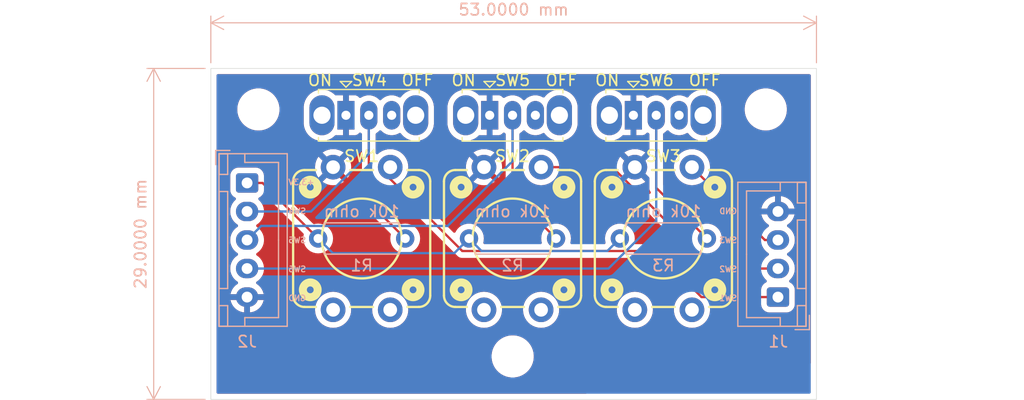
<source format=kicad_pcb>
(kicad_pcb (version 20240108) (generator "pcbnew") (generator_version "8.0")
  (title_block (title "SwitchesModule") (date "2024-04-26") (rev "v0.1") (comment 1 "PSH Portable Smart Hangboard") (comment 2 "April 2024"))
  (layers (0 "F.Cu" signal) (31 "B.Cu" signal) (34 "B.Paste" user) (35 "F.Paste" user) (36 "B.SilkS" user "B.Silkscreen") (37 "F.SilkS" user "F.Silkscreen") (38 "B.Mask" user) (39 "F.Mask" user) (44 "Edge.Cuts" user))
  (net 0 "")
  (net 1 "Net-(J1-Pin_3)")
  (net 2 "Net-(J1-Pin_2)")
  (net 3 "Net-(J1-Pin_1)")
  (net 4 "Net-(J2-Pin_2)")
  (net 5 "Net-(J2-Pin_3)")
  (net 6 "Net-(J2-Pin_4)")
  (net 16 "+3.3V")
  (net 17 "GND")
  (footprint "Footprints:Momentary Switch 12x12mm" (layer "F.Cu") (at 159.03416 102.7451 90)
    (property "Reference" "SW3" (at 7.21824 -0.00746 0) (layer "F.SilkS"))
    (property "Value" "Momentary_Switch_12x12mm")
    (fp_line (start -4.99872 -5.99948) (end 4.99872 -5.99948) (stroke (width 0.2032)) (layer "F.SilkS"))
    (fp_line (start 5.99948 -4.99872) (end 5.99948 -3.99796) (stroke (width 0.2032)) (layer "F.SilkS"))
    (fp_line (start -5.99948 -3.99796) (end -5.99948 -4.99872) (stroke (width 0.2032)) (layer "F.SilkS"))
    (fp_line (start 5.99948 -0.99822) (end 5.99948 0.99822) (stroke (width 0.2032)) (layer "F.SilkS"))
    (fp_line (start -5.99948 0.99822) (end -5.99948 -0.99822) (stroke (width 0.2032)) (layer "F.SilkS"))
    (fp_line (start 5.99948 3.99796) (end 5.99948 4.99872) (stroke (width 0.2032)) (layer "F.SilkS"))
    (fp_line (start -5.99948 4.99872) (end -5.99948 3.99796) (stroke (width 0.2032)) (layer "F.SilkS"))
    (fp_line (start 4.99872 5.99948) (end -4.99872 5.99948) (stroke (width 0.2032)) (layer "F.SilkS"))
    (fp_arc (start 4.99872 -5.99948) (mid 5.706364 -5.706364) (end 5.99948 -4.99872) (stroke (width 0.2032)) (layer "F.SilkS"))
    (fp_arc (start -5.99948 -4.99872) (mid -5.706364 -5.706364) (end -4.99872 -5.99948) (stroke (width 0.2032)) (layer "F.SilkS"))
    (fp_arc (start 5.99948 4.99872) (mid 5.706364 5.706364) (end 4.99872 5.99948) (stroke (width 0.2032)) (layer "F.SilkS"))
    (fp_arc (start -4.99872 5.99948) (mid -5.706364 5.706364) (end -5.99948 4.99872) (stroke (width 0.2032)) (layer "F.SilkS"))
    (fp_circle (center 4.49834 -4.49834) (end 4.49834 -4.79806) (stroke (width 0.6985)) (fill none) (layer "F.SilkS"))
    (fp_circle (center -4.49834 -4.49834) (end -4.49834 -4.79806) (stroke (width 0.6985)) (fill none) (layer "F.SilkS"))
    (fp_circle (center 0 0) (end 0 -3.49758) (stroke (width 0.2032)) (fill none) (layer "F.SilkS"))
    (fp_circle (center 4.49834 4.49834) (end 4.49834 4.19862) (stroke (width 0.6985)) (fill none) (layer "F.SilkS"))
    (fp_circle (center -4.49834 4.49834) (end -4.49834 4.19862) (stroke (width 0.6985)) (fill none) (layer "F.SilkS"))
    (pad "1" thru_hole circle (at 6.2484 2.49936 90) (size 2.159 2.159) (drill 1.19888) (layers "*.Cu" "*.Mask") (net 1 "Net-(J1-Pin_3)"))
    (pad "2" thru_hole circle (at -6.2484 2.49936 90) (size 2.159 2.159) (drill 1.19888) (layers "*.Cu" "*.Mask"))
    (pad "3" thru_hole circle (at 6.2484 -2.49936 90) (size 2.159 2.159) (drill 1.19888) (layers "*.Cu" "*.Mask") (net 17 "GND"))
    (pad "4" thru_hole circle (at -6.2484 -2.49936 90) (size 2.159 2.159) (drill 1.19888) (layers "*.Cu" "*.Mask"))
  )
  (footprint "Footprints:SPDT Switch 11.6x4.0mm" (layer "F.Cu") (at 143.832 91.948)
    (property "Reference" "SW5" (at 2.0121 -3.07594 0) (layer "F.SilkS"))
    (property "Value" "SPDT Switch 11.6x4.0mm" (hide yes))
    (fp_line (start -2.41 -2.26) (end 6.41 -2.26) (stroke (width 0.12)) (layer "F.SilkS"))
    (fp_line (start -2.41 -1.95) (end -2.41 -2.26) (stroke (width 0.12)) (layer "F.SilkS"))
    (fp_line (start -2.41 2.26) (end -2.41 1.95) (stroke (width 0.12)) (layer "F.SilkS"))
    (fp_line (start -0.5 -2.96) (end 0 -2.46) (stroke (width 0.12)) (layer "F.SilkS"))
    (fp_line (start 0 -2.46) (end 0.5 -2.96) (stroke (width 0.12)) (layer "F.SilkS"))
    (fp_line (start 0.5 -2.96) (end -0.5 -2.96) (stroke (width 0.12)) (layer "F.SilkS"))
    (fp_line (start 6.41 -2.26) (end 6.41 -1.95) (stroke (width 0.12)) (layer "F.SilkS"))
    (fp_line (start 6.41 2.26) (end -2.41 2.26) (stroke (width 0.12)) (layer "F.SilkS"))
    (fp_line (start 6.41 2.26) (end 6.41 1.95) (stroke (width 0.12)) (layer "F.SilkS"))
    (fp_text user "ON" (at -2.2805 -3.07594 0) (layer "F.SilkS"))
    (fp_text user "OFF" (at 6.2793 -3.07594 0) (layer "F.SilkS"))
    (pad "" thru_hole oval (at -2.1 0) (size 2.2 3.5) (drill 1.5) (layers "*.Cu" "*.Mask"))
    (pad "" thru_hole oval (at 6.1 0) (size 2.2 3.5) (drill 1.5) (layers "*.Cu" "*.Mask"))
    (pad "1" thru_hole rect (at 0 0) (size 1.5 2.5) (drill 0.8) (layers "*.Cu" "*.Mask") (net 17 "GND"))
    (pad "2" thru_hole oval (at 2 0) (size 1.5 2.5) (drill 0.8) (layers "*.Cu" "*.Mask") (net 5 "Net-(J2-Pin_3)"))
    (pad "3" thru_hole oval (at 4 0) (size 1.5 2.5) (drill 0.8) (layers "*.Cu" "*.Mask"))
  )
  (footprint "Footprints:Momentary Switch 12x12mm" (layer "F.Cu") (at 132.62984 102.7451 90)
    (property "Reference" "SW1" (at 7.21824 0.00626 0) (layer "F.SilkS"))
    (property "Value" "Momentary_Switch_12x12mm")
    (fp_line (start -4.99872 -5.99948) (end 4.99872 -5.99948) (stroke (width 0.2032)) (layer "F.SilkS"))
    (fp_line (start 5.99948 -4.99872) (end 5.99948 -3.99796) (stroke (width 0.2032)) (layer "F.SilkS"))
    (fp_line (start -5.99948 -3.99796) (end -5.99948 -4.99872) (stroke (width 0.2032)) (layer "F.SilkS"))
    (fp_line (start 5.99948 -0.99822) (end 5.99948 0.99822) (stroke (width 0.2032)) (layer "F.SilkS"))
    (fp_line (start -5.99948 0.99822) (end -5.99948 -0.99822) (stroke (width 0.2032)) (layer "F.SilkS"))
    (fp_line (start 5.99948 3.99796) (end 5.99948 4.99872) (stroke (width 0.2032)) (layer "F.SilkS"))
    (fp_line (start -5.99948 4.99872) (end -5.99948 3.99796) (stroke (width 0.2032)) (layer "F.SilkS"))
    (fp_line (start 4.99872 5.99948) (end -4.99872 5.99948) (stroke (width 0.2032)) (layer "F.SilkS"))
    (fp_arc (start 4.99872 -5.99948) (mid 5.706364 -5.706364) (end 5.99948 -4.99872) (stroke (width 0.2032)) (layer "F.SilkS"))
    (fp_arc (start -5.99948 -4.99872) (mid -5.706364 -5.706364) (end -4.99872 -5.99948) (stroke (width 0.2032)) (layer "F.SilkS"))
    (fp_arc (start 5.99948 4.99872) (mid 5.706364 5.706364) (end 4.99872 5.99948) (stroke (width 0.2032)) (layer "F.SilkS"))
    (fp_arc (start -4.99872 5.99948) (mid -5.706364 5.706364) (end -5.99948 4.99872) (stroke (width 0.2032)) (layer "F.SilkS"))
    (fp_circle (center 4.49834 -4.49834) (end 4.49834 -4.79806) (stroke (width 0.6985)) (fill none) (layer "F.SilkS"))
    (fp_circle (center -4.49834 -4.49834) (end -4.49834 -4.79806) (stroke (width 0.6985)) (fill none) (layer "F.SilkS"))
    (fp_circle (center 0 0) (end 0 -3.49758) (stroke (width 0.2032)) (fill none) (layer "F.SilkS"))
    (fp_circle (center 4.49834 4.49834) (end 4.49834 4.19862) (stroke (width 0.6985)) (fill none) (layer "F.SilkS"))
    (fp_circle (center -4.49834 4.49834) (end -4.49834 4.19862) (stroke (width 0.6985)) (fill none) (layer "F.SilkS"))
    (pad "1" thru_hole circle (at 6.2484 2.49936 90) (size 2.159 2.159) (drill 1.19888) (layers "*.Cu" "*.Mask") (net 3 "Net-(J1-Pin_1)"))
    (pad "2" thru_hole circle (at -6.2484 2.49936 90) (size 2.159 2.159) (drill 1.19888) (layers "*.Cu" "*.Mask"))
    (pad "3" thru_hole circle (at 6.2484 -2.49936 90) (size 2.159 2.159) (drill 1.19888) (layers "*.Cu" "*.Mask") (net 17 "GND"))
    (pad "4" thru_hole circle (at -6.2484 -2.49936 90) (size 2.159 2.159) (drill 1.19888) (layers "*.Cu" "*.Mask"))
  )
  (footprint "Footprints:SPDT Switch 11.6x4.0mm" (layer "F.Cu") (at 156.40808 91.948)
    (property "Reference" "SW6" (at 2.00146 -3.07594 0) (layer "F.SilkS"))
    (property "Value" "SPDT Switch 11.6x4.0mm" (hide yes))
    (fp_line (start -2.41 -2.26) (end 6.41 -2.26) (stroke (width 0.12)) (layer "F.SilkS"))
    (fp_line (start -2.41 -1.95) (end -2.41 -2.26) (stroke (width 0.12)) (layer "F.SilkS"))
    (fp_line (start -2.41 2.26) (end -2.41 1.95) (stroke (width 0.12)) (layer "F.SilkS"))
    (fp_line (start -0.5 -2.96) (end 0 -2.46) (stroke (width 0.12)) (layer "F.SilkS"))
    (fp_line (start 0 -2.46) (end 0.5 -2.96) (stroke (width 0.12)) (layer "F.SilkS"))
    (fp_line (start 0.5 -2.96) (end -0.5 -2.96) (stroke (width 0.12)) (layer "F.SilkS"))
    (fp_line (start 6.41 -2.26) (end 6.41 -1.95) (stroke (width 0.12)) (layer "F.SilkS"))
    (fp_line (start 6.41 2.26) (end -2.41 2.26) (stroke (width 0.12)) (layer "F.SilkS"))
    (fp_line (start 6.41 2.26) (end 6.41 1.95) (stroke (width 0.12)) (layer "F.SilkS"))
    (fp_text user "OFF" (at 6.24326 -3.07594 0) (layer "F.SilkS"))
    (fp_text user "ON" (at -2.29114 -3.07594 0) (layer "F.SilkS"))
    (pad "" thru_hole oval (at -2.1 0) (size 2.2 3.5) (drill 1.5) (layers "*.Cu" "*.Mask"))
    (pad "" thru_hole oval (at 6.1 0) (size 2.2 3.5) (drill 1.5) (layers "*.Cu" "*.Mask"))
    (pad "1" thru_hole rect (at 0 0) (size 1.5 2.5) (drill 0.8) (layers "*.Cu" "*.Mask") (net 17 "GND"))
    (pad "2" thru_hole oval (at 2 0) (size 1.5 2.5) (drill 0.8) (layers "*.Cu" "*.Mask") (net 6 "Net-(J2-Pin_4)"))
    (pad "3" thru_hole oval (at 4 0) (size 1.5 2.5) (drill 0.8) (layers "*.Cu" "*.Mask"))
  )
  (footprint "MountingHole:MountingHole_3.2mm_M3" (layer "F.Cu") (at 123.5937 91.43746)
    (property "Reference" "MountingHole1" (hide yes))
    (property "Value" "MountingHole_3.2mm_M3")
    (pad "" np_thru_hole circle (at 0 0) (size 3.2 3.2) (drill 3.2) (layers "*.Cu" "*.Mask"))
  )
  (footprint "Footprints:Momentary Switch 12x12mm" (layer "F.Cu") (at 145.832 102.7451 90)
    (property "Reference" "SW2" (at 7.21824 -0.0133 0) (layer "F.SilkS"))
    (property "Value" "Momentary_Switch_12x12mm")
    (fp_line (start -4.99872 -5.99948) (end 4.99872 -5.99948) (stroke (width 0.2032)) (layer "F.SilkS"))
    (fp_line (start 5.99948 -4.99872) (end 5.99948 -3.99796) (stroke (width 0.2032)) (layer "F.SilkS"))
    (fp_line (start -5.99948 -3.99796) (end -5.99948 -4.99872) (stroke (width 0.2032)) (layer "F.SilkS"))
    (fp_line (start 5.99948 -0.99822) (end 5.99948 0.99822) (stroke (width 0.2032)) (layer "F.SilkS"))
    (fp_line (start -5.99948 0.99822) (end -5.99948 -0.99822) (stroke (width 0.2032)) (layer "F.SilkS"))
    (fp_line (start 5.99948 3.99796) (end 5.99948 4.99872) (stroke (width 0.2032)) (layer "F.SilkS"))
    (fp_line (start -5.99948 4.99872) (end -5.99948 3.99796) (stroke (width 0.2032)) (layer "F.SilkS"))
    (fp_line (start 4.99872 5.99948) (end -4.99872 5.99948) (stroke (width 0.2032)) (layer "F.SilkS"))
    (fp_arc (start 4.99872 -5.99948) (mid 5.706364 -5.706364) (end 5.99948 -4.99872) (stroke (width 0.2032)) (layer "F.SilkS"))
    (fp_arc (start -5.99948 -4.99872) (mid -5.706364 -5.706364) (end -4.99872 -5.99948) (stroke (width 0.2032)) (layer "F.SilkS"))
    (fp_arc (start 5.99948 4.99872) (mid 5.706364 5.706364) (end 4.99872 5.99948) (stroke (width 0.2032)) (layer "F.SilkS"))
    (fp_arc (start -4.99872 5.99948) (mid -5.706364 5.706364) (end -5.99948 4.99872) (stroke (width 0.2032)) (layer "F.SilkS"))
    (fp_circle (center 4.49834 -4.49834) (end 4.49834 -4.79806) (stroke (width 0.6985)) (fill none) (layer "F.SilkS"))
    (fp_circle (center -4.49834 -4.49834) (end -4.49834 -4.79806) (stroke (width 0.6985)) (fill none) (layer "F.SilkS"))
    (fp_circle (center 0 0) (end 0 -3.49758) (stroke (width 0.2032)) (fill none) (layer "F.SilkS"))
    (fp_circle (center 4.49834 4.49834) (end 4.49834 4.19862) (stroke (width 0.6985)) (fill none) (layer "F.SilkS"))
    (fp_circle (center -4.49834 4.49834) (end -4.49834 4.19862) (stroke (width 0.6985)) (fill none) (layer "F.SilkS"))
    (pad "1" thru_hole circle (at 6.2484 2.49936 90) (size 2.159 2.159) (drill 1.19888) (layers "*.Cu" "*.Mask") (net 2 "Net-(J1-Pin_2)"))
    (pad "2" thru_hole circle (at -6.2484 2.49936 90) (size 2.159 2.159) (drill 1.19888) (layers "*.Cu" "*.Mask"))
    (pad "3" thru_hole circle (at 6.2484 -2.49936 90) (size 2.159 2.159) (drill 1.19888) (layers "*.Cu" "*.Mask") (net 17 "GND"))
    (pad "4" thru_hole circle (at -6.2484 -2.49936 90) (size 2.159 2.159) (drill 1.19888) (layers "*.Cu" "*.Mask"))
  )
  (footprint "MountingHole:MountingHole_3.2mm_M3" (layer "F.Cu") (at 167.9929 91.43746 180)
    (property "Reference" "MountingHole2" (hide yes))
    (property "Value" "MountingHole_3.2mm_M3")
    (pad "" np_thru_hole circle (at 0 0 180) (size 3.2 3.2) (drill 3.2) (layers "F&B.Cu" "*.Mask"))
  )
  (footprint "MountingHole:MountingHole_3.2mm_M3" (layer "F.Cu") (at 145.8441 113.07826)
    (property "Reference" "MountingHole3" (hide yes))
    (property "Value" "MountingHole_3.2mm_M3")
    (pad "" np_thru_hole circle (at 0 0) (size 3.2 3.2) (drill 3.2) (layers "F&B.Cu" "*.Mask"))
  )
  (footprint "Footprints:SPDT Switch 11.6x4.0mm" (layer "F.Cu") (at 131.25592 91.948)
    (property "Reference" "SW4" (at 2.04814 -3.07594 0) (layer "F.SilkS"))
    (property "Value" "SPDT Switch 11.6x4.0mm" (hide yes))
    (fp_line (start -2.41 -2.26) (end 6.41 -2.26) (stroke (width 0.12)) (layer "F.SilkS"))
    (fp_line (start -2.41 -1.95) (end -2.41 -2.26) (stroke (width 0.12)) (layer "F.SilkS"))
    (fp_line (start -2.41 2.26) (end -2.41 1.95) (stroke (width 0.12)) (layer "F.SilkS"))
    (fp_line (start -0.5 -2.96) (end 0 -2.46) (stroke (width 0.12)) (layer "F.SilkS"))
    (fp_line (start 0 -2.46) (end 0.5 -2.96) (stroke (width 0.12)) (layer "F.SilkS"))
    (fp_line (start 0.5 -2.96) (end -0.5 -2.96) (stroke (width 0.12)) (layer "F.SilkS"))
    (fp_line (start 6.41 -2.26) (end 6.41 -1.95) (stroke (width 0.12)) (layer "F.SilkS"))
    (fp_line (start 6.41 2.26) (end -2.41 2.26) (stroke (width 0.12)) (layer "F.SilkS"))
    (fp_line (start 6.41 2.26) (end 6.41 1.95) (stroke (width 0.12)) (layer "F.SilkS"))
    (fp_text user "ON" (at -2.26986 -3.07594 0) (layer "F.SilkS"))
    (fp_text user "OFF" (at 6.26454 -3.07594 0) (layer "F.SilkS"))
    (pad "" thru_hole oval (at -2.1 0) (size 2.2 3.5) (drill 1.5) (layers "*.Cu" "*.Mask"))
    (pad "" thru_hole oval (at 6.1 0) (size 2.2 3.5) (drill 1.5) (layers "*.Cu" "*.Mask"))
    (pad "1" thru_hole rect (at 0 0) (size 1.5 2.5) (drill 0.8) (layers "*.Cu" "*.Mask") (net 17 "GND"))
    (pad "2" thru_hole oval (at 2 0) (size 1.5 2.5) (drill 0.8) (layers "*.Cu" "*.Mask") (net 4 "Net-(J2-Pin_2)"))
    (pad "3" thru_hole oval (at 4 0) (size 1.5 2.5) (drill 0.8) (layers "*.Cu" "*.Mask"))
  )
  (footprint "Resistor_THT:R_Axial_DIN0207_L6.3mm_D2.5mm_P7.62mm_Horizontal" (layer "B.Cu") (at 142.022 102.7451)
    (property "Reference" "R2" (at 3.81 2.37 0) (layer "B.SilkS") (effects (justify mirror)))
    (property "Value" "10k ohm" (at 3.81 -2.37 0) (layer "B.SilkS") (effects (justify mirror)))
    (fp_line (start 0.54 -1.37) (end 0.54 -1.04) (stroke (width 0.12)) (layer "B.SilkS"))
    (fp_line (start 0.54 1.37) (end 0.54 1.04) (stroke (width 0.12)) (layer "B.SilkS"))
    (fp_line (start 7.08 -1.37) (end 0.54 -1.37) (stroke (width 0.12)) (layer "B.SilkS"))
    (fp_line (start 7.08 -1.04) (end 7.08 -1.37) (stroke (width 0.12)) (layer "B.SilkS"))
    (fp_line (start 7.08 1.04) (end 7.08 1.37) (stroke (width 0.12)) (layer "B.SilkS"))
    (fp_line (start 7.08 1.37) (end 0.54 1.37) (stroke (width 0.12)) (layer "B.SilkS"))
    (pad "1" thru_hole circle (at 0 0) (size 1.6 1.6) (drill 0.8) (layers "*.Cu" "*.Mask") (net 16 "+3.3V"))
    (pad "2" thru_hole oval (at 7.62 0) (size 1.6 1.6) (drill 0.8) (layers "*.Cu" "*.Mask") (net 5 "Net-(J2-Pin_3)"))
  )
  (footprint "Connector_JST:JST_XH_B4B-XH-A_1x04_P2.50mm_Vertical" (layer "B.Cu") (at 169.0597 107.87826 90)
    (property "Reference" "J1" (at -3.9046 0.0254 0) (layer "B.SilkS") (effects (justify mirror)))
    (property "Value" "Conn_01x04")
    (fp_line (start 10.06 -3.51) (end -2.56 -3.51) (stroke (width 0.12)) (layer "B.SilkS"))
    (fp_line (start -2.56 -3.51) (end -2.56 2.46) (stroke (width 0.12)) (layer "B.SilkS"))
    (fp_line (start 9.3 -2.75) (end 9.3 0.2) (stroke (width 0.12)) (layer "B.SilkS"))
    (fp_line (start 3.75 -2.75) (end 9.3 -2.75) (stroke (width 0.12)) (layer "B.SilkS"))
    (fp_line (start 3.75 -2.75) (end -1.8 -2.75) (stroke (width 0.12)) (layer "B.SilkS"))
    (fp_line (start -1.8 -2.75) (end -1.8 0.2) (stroke (width 0.12)) (layer "B.SilkS"))
    (fp_line (start 9.3 0.2) (end 10.05 0.2) (stroke (width 0.12)) (layer "B.SilkS"))
    (fp_line (start -1.8 0.2) (end -2.55 0.2) (stroke (width 0.12)) (layer "B.SilkS"))
    (fp_line (start -2.85 1.5) (end -2.85 2.75) (stroke (width 0.12)) (layer "B.SilkS"))
    (fp_line (start 10.05 1.7) (end 8.25 1.7) (stroke (width 0.12)) (layer "B.SilkS"))
    (fp_line (start 8.25 1.7) (end 8.25 2.45) (stroke (width 0.12)) (layer "B.SilkS"))
    (fp_line (start 6.75 1.7) (end 0.75 1.7) (stroke (width 0.12)) (layer "B.SilkS"))
    (fp_line (start 0.75 1.7) (end 0.75 2.45) (stroke (width 0.12)) (layer "B.SilkS"))
    (fp_line (start -0.75 1.7) (end -2.55 1.7) (stroke (width 0.12)) (layer "B.SilkS"))
    (fp_line (start -2.55 1.7) (end -2.55 2.45) (stroke (width 0.12)) (layer "B.SilkS"))
    (fp_line (start 10.05 2.45) (end 10.05 1.7) (stroke (width 0.12)) (layer "B.SilkS"))
    (fp_line (start 8.25 2.45) (end 10.05 2.45) (stroke (width 0.12)) (layer "B.SilkS"))
    (fp_line (start 6.75 2.45) (end 6.75 1.7) (stroke (width 0.12)) (layer "B.SilkS"))
    (fp_line (start 0.75 2.45) (end 6.75 2.45) (stroke (width 0.12)) (layer "B.SilkS"))
    (fp_line (start -0.75 2.45) (end -0.75 1.7) (stroke (width 0.12)) (layer "B.SilkS"))
    (fp_line (start -2.55 2.45) (end -0.75 2.45) (stroke (width 0.12)) (layer "B.SilkS"))
    (fp_line (start 10.06 2.46) (end 10.06 -3.51) (stroke (width 0.12)) (layer "B.SilkS"))
    (fp_line (start -2.56 2.46) (end 10.06 2.46) (stroke (width 0.12)) (layer "B.SilkS"))
    (fp_line (start -2.85 2.75) (end -1.6 2.75) (stroke (width 0.12)) (layer "B.SilkS"))
    (pad "1" thru_hole roundrect (at 0 0 90) (size 1.7 1.95) (drill 0.95) (layers "*.Cu" "*.Mask") (roundrect_rratio 0.147059) (net 3 "Net-(J1-Pin_1)"))
    (pad "2" thru_hole oval (at 2.5 0 90) (size 1.7 1.95) (drill 0.95) (layers "*.Cu" "*.Mask") (net 2 "Net-(J1-Pin_2)"))
    (pad "3" thru_hole oval (at 5 0 90) (size 1.7 1.95) (drill 0.95) (layers "*.Cu" "*.Mask") (net 1 "Net-(J1-Pin_3)"))
    (pad "4" thru_hole oval (at 7.5 0 90) (size 1.7 1.95) (drill 0.95) (layers "*.Cu" "*.Mask") (net 17 "GND"))
  )
  (footprint "Resistor_THT:R_Axial_DIN0207_L6.3mm_D2.5mm_P7.62mm_Horizontal" (layer "B.Cu") (at 128.81984 102.7451)
    (property "Reference" "R1" (at 3.81 2.37 0) (layer "B.SilkS") (effects (justify mirror)))
    (property "Value" "10k ohm" (at 3.81 -2.37 0) (layer "B.SilkS") (effects (justify mirror)))
    (fp_line (start 0.54 -1.37) (end 0.54 -1.04) (stroke (width 0.12)) (layer "B.SilkS"))
    (fp_line (start 0.54 1.37) (end 0.54 1.04) (stroke (width 0.12)) (layer "B.SilkS"))
    (fp_line (start 7.08 -1.37) (end 0.54 -1.37) (stroke (width 0.12)) (layer "B.SilkS"))
    (fp_line (start 7.08 -1.04) (end 7.08 -1.37) (stroke (width 0.12)) (layer "B.SilkS"))
    (fp_line (start 7.08 1.04) (end 7.08 1.37) (stroke (width 0.12)) (layer "B.SilkS"))
    (fp_line (start 7.08 1.37) (end 0.54 1.37) (stroke (width 0.12)) (layer "B.SilkS"))
    (pad "1" thru_hole circle (at 0 0) (size 1.6 1.6) (drill 0.8) (layers "*.Cu" "*.Mask") (net 16 "+3.3V"))
    (pad "2" thru_hole oval (at 7.62 0) (size 1.6 1.6) (drill 0.8) (layers "*.Cu" "*.Mask") (net 4 "Net-(J2-Pin_2)"))
  )
  (footprint "Resistor_THT:R_Axial_DIN0207_L6.3mm_D2.5mm_P7.62mm_Horizontal" (layer "B.Cu") (at 155.22416 102.7451)
    (property "Reference" "R3" (at 3.81 2.37 0) (layer "B.SilkS") (effects (justify mirror)))
    (property "Value" "10k ohm" (at 3.81 -2.37 0) (layer "B.SilkS") (effects (justify mirror)))
    (fp_line (start 0.54 -1.37) (end 0.54 -1.04) (stroke (width 0.12)) (layer "B.SilkS"))
    (fp_line (start 0.54 1.37) (end 0.54 1.04) (stroke (width 0.12)) (layer "B.SilkS"))
    (fp_line (start 7.08 -1.37) (end 0.54 -1.37) (stroke (width 0.12)) (layer "B.SilkS"))
    (fp_line (start 7.08 -1.04) (end 7.08 -1.37) (stroke (width 0.12)) (layer "B.SilkS"))
    (fp_line (start 7.08 1.04) (end 7.08 1.37) (stroke (width 0.12)) (layer "B.SilkS"))
    (fp_line (start 7.08 1.37) (end 0.54 1.37) (stroke (width 0.12)) (layer "B.SilkS"))
    (pad "1" thru_hole circle (at 0 0) (size 1.6 1.6) (drill 0.8) (layers "*.Cu" "*.Mask") (net 16 "+3.3V"))
    (pad "2" thru_hole oval (at 7.62 0) (size 1.6 1.6) (drill 0.8) (layers "*.Cu" "*.Mask") (net 6 "Net-(J2-Pin_4)"))
  )
  (footprint "Connector_JST:JST_XH_B5B-XH-A_1x05_P2.50mm_Vertical" (layer "B.Cu") (at 122.6031 97.87826 -90)
    (property "Reference" "J2" (at 13.9046 0 180) (layer "B.SilkS") (effects (justify mirror)))
    (property "Value" "Conn_01x05")
    (fp_line (start -2.85 2.75) (end -1.6 2.75) (stroke (width 0.12)) (layer "B.SilkS"))
    (fp_line (start -2.56 2.46) (end 12.56 2.46) (stroke (width 0.12)) (layer "B.SilkS"))
    (fp_line (start 12.56 2.46) (end 12.56 -3.51) (stroke (width 0.12)) (layer "B.SilkS"))
    (fp_line (start -2.55 2.45) (end -0.75 2.45) (stroke (width 0.12)) (layer "B.SilkS"))
    (fp_line (start -0.75 2.45) (end -0.75 1.7) (stroke (width 0.12)) (layer "B.SilkS"))
    (fp_line (start 0.75 2.45) (end 9.25 2.45) (stroke (width 0.12)) (layer "B.SilkS"))
    (fp_line (start 9.25 2.45) (end 9.25 1.7) (stroke (width 0.12)) (layer "B.SilkS"))
    (fp_line (start 10.75 2.45) (end 12.55 2.45) (stroke (width 0.12)) (layer "B.SilkS"))
    (fp_line (start 12.55 2.45) (end 12.55 1.7) (stroke (width 0.12)) (layer "B.SilkS"))
    (fp_line (start -2.55 1.7) (end -2.55 2.45) (stroke (width 0.12)) (layer "B.SilkS"))
    (fp_line (start -0.75 1.7) (end -2.55 1.7) (stroke (width 0.12)) (layer "B.SilkS"))
    (fp_line (start 0.75 1.7) (end 0.75 2.45) (stroke (width 0.12)) (layer "B.SilkS"))
    (fp_line (start 9.25 1.7) (end 0.75 1.7) (stroke (width 0.12)) (layer "B.SilkS"))
    (fp_line (start 10.75 1.7) (end 10.75 2.45) (stroke (width 0.12)) (layer "B.SilkS"))
    (fp_line (start 12.55 1.7) (end 10.75 1.7) (stroke (width 0.12)) (layer "B.SilkS"))
    (fp_line (start -2.85 1.5) (end -2.85 2.75) (stroke (width 0.12)) (layer "B.SilkS"))
    (fp_line (start -1.8 0.2) (end -2.55 0.2) (stroke (width 0.12)) (layer "B.SilkS"))
    (fp_line (start 11.8 0.2) (end 12.55 0.2) (stroke (width 0.12)) (layer "B.SilkS"))
    (fp_line (start -1.8 -2.75) (end -1.8 0.2) (stroke (width 0.12)) (layer "B.SilkS"))
    (fp_line (start 5 -2.75) (end -1.8 -2.75) (stroke (width 0.12)) (layer "B.SilkS"))
    (fp_line (start 5 -2.75) (end 11.8 -2.75) (stroke (width 0.12)) (layer "B.SilkS"))
    (fp_line (start 11.8 -2.75) (end 11.8 0.2) (stroke (width 0.12)) (layer "B.SilkS"))
    (fp_line (start -2.56 -3.51) (end -2.56 2.46) (stroke (width 0.12)) (layer "B.SilkS"))
    (fp_line (start 12.56 -3.51) (end -2.56 -3.51) (stroke (width 0.12)) (layer "B.SilkS"))
    (pad "1" thru_hole roundrect (at 0 0 270) (size 1.7 1.95) (drill 0.95) (layers "*.Cu" "*.Mask") (roundrect_rratio 0.147059) (net 16 "+3.3V"))
    (pad "2" thru_hole oval (at 2.5 0 270) (size 1.7 1.95) (drill 0.95) (layers "*.Cu" "*.Mask") (net 4 "Net-(J2-Pin_2)"))
    (pad "3" thru_hole oval (at 5 0 270) (size 1.7 1.95) (drill 0.95) (layers "*.Cu" "*.Mask") (net 5 "Net-(J2-Pin_3)"))
    (pad "4" thru_hole oval (at 7.5 0 270) (size 1.7 1.95) (drill 0.95) (layers "*.Cu" "*.Mask") (net 6 "Net-(J2-Pin_4)"))
    (pad "5" thru_hole oval (at 10 0 270) (size 1.7 1.95) (drill 0.95) (layers "*.Cu" "*.Mask") (net 17 "GND"))
  )
  (gr_rect (start 119.4291 87.84686) (end 172.4291 116.84686) (stroke (width 0.05)) (fill none) (layer "Edge.Cuts"))
  (gr_text "SwitchesModule v0.1" (at 152.6 115.8 0) (layer "F.Cu") (effects (font (size 1.2 1.2) (thickness 0.3) (bold yes)) (justify left bottom)))
  (gr_text "SW6" (at 126.1591 105.43286 0) (layer "B.SilkS") (effects (font (size 0.5 0.5) (thickness 0.1)) (justify right mirror)))
  (gr_text "SW4" (at 126.1591 100.35286 0) (layer "B.SilkS") (effects (font (size 0.5 0.5) (thickness 0.1)) (justify right mirror)))
  (gr_text "SW2" (at 165.5291 105.43286 0) (layer "B.SilkS") (effects (font (size 0.5 0.5) (thickness 0.1)) (justify left mirror)))
  (gr_text "GND" (at 165.5291 100.35286 0) (layer "B.SilkS") (effects (font (size 0.5 0.5) (thickness 0.1)) (justify left mirror)))
  (gr_text "SW1" (at 165.5291 107.97286 0) (layer "B.SilkS") (effects (font (size 0.5 0.5) (thickness 0.1)) (justify left mirror)))
  (gr_text "SW3" (at 165.5291 102.89286 0) (layer "B.SilkS") (effects (font (size 0.5 0.5) (thickness 0.1)) (justify left mirror)))
  (gr_text "+3.3V" (at 126.1591 97.81286 0) (layer "B.SilkS") (effects (font (size 0.5 0.5) (thickness 0.1)) (justify right mirror)))
  (gr_text "GND" (at 126.1591 107.97286 0) (layer "B.SilkS") (effects (font (size 0.5 0.5) (thickness 0.1)) (justify right mirror)))
  (gr_text "SW5" (at 126.1591 102.89286 0) (layer "B.SilkS") (effects (font (size 0.5 0.5) (thickness 0.1)) (justify right mirror)))
  (dimension (type aligned) (layer "B.SilkS") (pts (xy 119.4291 87.84686) (xy 172.4291 87.84686)) (height -4) (gr_text "53.0000 mm" (at 145.9291 82.69686 0) (layer "B.SilkS") (effects (font (size 1 1) (thickness 0.15)))) (format (prefix "") (suffix "") (units 3) (units_format 1) (precision 4)) (style (thickness 0.1) (arrow_length 1.27) (text_position_mode 0) (extension_height 0.58642) (extension_offset 0.5) keep_text_aligned))
  (dimension (type aligned) (layer "B.SilkS") (pts (xy 119.4291 87.84686) (xy 119.4291 116.84686)) (height 5) (gr_text "29.0000 mm" (at 113.2791 102.34686 90) (layer "B.SilkS") (effects (font (size 1 1) (thickness 0.15)))) (format (prefix "") (suffix "") (units 3) (units_format 1) (precision 4)) (style (thickness 0.1) (arrow_length 1.27) (text_position_mode 0) (extension_height 0.58642) (extension_offset 0.5) keep_text_aligned))
  (segment (start 161.53352 96.4967) (end 167.91508 102.87826) (width 0.2) (layer "F.Cu") (net 1))
  (segment (start 167.91508 102.87826) (end 169.0597 102.87826) (width 0.2) (layer "F.Cu") (net 1))
  (segment (start 163.4425 105.37826) (end 169.0597 105.37826) (width 0.2) (layer "F.Cu") (net 2))
  (segment (start 154.56094 96.4967) (end 163.4425 105.37826) (width 0.2) (layer "F.Cu") (net 2))
  (segment (start 148.33136 96.4967) (end 154.56094 96.4967) (width 0.2) (layer "F.Cu") (net 2))
  (segment (start 169.0597 107.87826) (end 162.369188 107.87826) (width 0.2) (layer "F.Cu") (net 3))
  (segment (start 141.43694 103.8451) (end 135.1292 97.53736) (width 0.2) (layer "F.Cu") (net 3))
  (segment (start 158.336028 103.8451) (end 141.43694 103.8451) (width 0.2) (layer "F.Cu") (net 3))
  (segment (start 135.1292 97.53736) (end 135.1292 96.4967) (width 0.2) (layer "F.Cu") (net 3))
  (segment (start 162.369188 107.87826) (end 158.336028 103.8451) (width 0.2) (layer "F.Cu") (net 3))
  (segment (start 133.25592 91.948) (end 133.25592 99.56118) (width 0.2) (layer "F.Cu") (net 4))
  (segment (start 133.25592 99.56118) (end 136.43984 102.7451) (width 0.2) (layer "F.Cu") (net 4))
  (segment (start 128.199828 100.37826) (end 133.25592 95.322168) (width 0.2) (layer "B.Cu") (net 4))
  (segment (start 122.6031 100.37826) (end 128.199828 100.37826) (width 0.2) (layer "B.Cu") (net 4))
  (segment (start 133.25592 95.322168) (end 133.25592 91.948) (width 0.2) (layer "B.Cu") (net 4))
  (segment (start 145.832 98.9351) (end 149.642 102.7451) (width 0.2) (layer "F.Cu") (net 5))
  (segment (start 145.832 91.948) (end 145.832 98.9351) (width 0.2) (layer "F.Cu") (net 5))
  (segment (start 122.6031 102.87826) (end 123.83626 101.6451) (width 0.2) (layer "B.Cu") (net 5))
  (segment (start 123.83626 101.6451) (end 140.15766 101.6451) (width 0.2) (layer "B.Cu") (net 5))
  (segment (start 145.832 95.97076) (end 145.832 91.948) (width 0.2) (layer "B.Cu") (net 5))
  (segment (start 140.15766 101.6451) (end 145.832 95.97076) (width 0.2) (layer "B.Cu") (net 5))
  (segment (start 158.40808 91.948) (end 158.40808 98.30902) (width 0.2) (layer "F.Cu") (net 6))
  (segment (start 158.40808 98.30902) (end 162.84416 102.7451) (width 0.2) (layer "F.Cu") (net 6))
  (segment (start 122.6031 105.37826) (end 154.2299 105.37826) (width 0.2) (layer "B.Cu") (net 6))
  (segment (start 154.2299 105.37826) (end 158.40808 101.20008) (width 0.2) (layer "B.Cu") (net 6))
  (segment (start 158.40808 101.20008) (end 158.40808 91.948) (width 0.2) (layer "B.Cu") (net 6))
  (segment (start 122.6031 97.87826) (end 123.953 97.87826) (width 0.2) (layer "F.Cu") (net 16))
  (segment (start 123.953 97.87826) (end 128.81984 102.7451) (width 0.2) (layer "F.Cu") (net 16))
  (segment (start 142.022 102.7451) (end 143.122 103.8451) (width 0.2) (layer "B.Cu") (net 16))
  (segment (start 128.81984 102.7451) (end 130.103 104.02826) (width 0.2) (layer "B.Cu") (net 16))
  (segment (start 143.122 103.8451) (end 154.12416 103.8451) (width 0.2) (layer "B.Cu") (net 16))
  (segment (start 140.73884 104.02826) (end 142.022 102.7451) (width 0.2) (layer "B.Cu") (net 16))
  (segment (start 154.12416 103.8451) (end 155.22416 102.7451) (width 0.2) (layer "B.Cu") (net 16))
  (segment (start 130.103 104.02826) (end 140.73884 104.02826) (width 0.2) (layer "B.Cu") (net 16))
  (zone (net 17) (net_name "GND") (layers "F&B.Cu") (connect_pads (clearance 0.5)) (min_thickness 0.25) (fill yes (thermal_gap 0.5) (thermal_bridge_width 0.5))
    (polygon (pts (xy 119.4291 87.84686) (xy 172.4291 87.84686) (xy 172.4291 116.84686) (xy 119.4291 116.84686)))
  )
)
</source>
